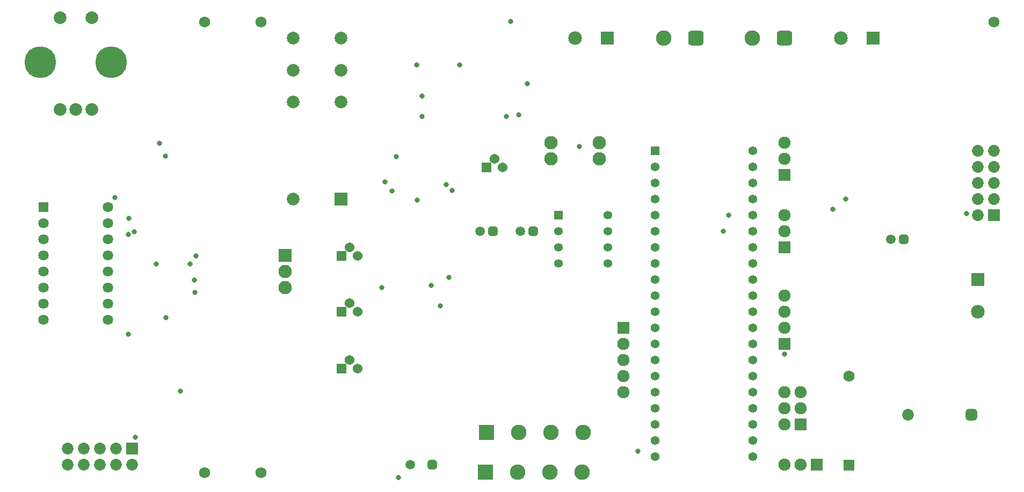
<source format=gbr>
G04*
G04 #@! TF.GenerationSoftware,Altium Limited,Altium Designer,22.4.2 (48)*
G04*
G04 Layer_Color=16711935*
%FSLAX25Y25*%
%MOIN*%
G70*
G04*
G04 #@! TF.SameCoordinates,2971098F-D652-4CA7-83C6-057752F44447*
G04*
G04*
G04 #@! TF.FilePolarity,Negative*
G04*
G01*
G75*
%ADD33C,0.05918*%
G04:AMPARAMS|DCode=34|XSize=59.18mil|YSize=59.18mil|CornerRadius=16.8mil|HoleSize=0mil|Usage=FLASHONLY|Rotation=0.000|XOffset=0mil|YOffset=0mil|HoleType=Round|Shape=RoundedRectangle|*
%AMROUNDEDRECTD34*
21,1,0.05918,0.02559,0,0,0.0*
21,1,0.02559,0.05918,0,0,0.0*
1,1,0.03359,0.01280,-0.01280*
1,1,0.03359,-0.01280,-0.01280*
1,1,0.03359,-0.01280,0.01280*
1,1,0.03359,0.01280,0.01280*
%
%ADD34ROUNDEDRECTD34*%
%ADD35C,0.19698*%
%ADD36C,0.07887*%
%ADD37C,0.08477*%
%ADD38R,0.08477X0.08477*%
%ADD39C,0.09658*%
G04:AMPARAMS|DCode=40|XSize=96.58mil|YSize=96.58mil|CornerRadius=26.15mil|HoleSize=0mil|Usage=FLASHONLY|Rotation=180.000|XOffset=0mil|YOffset=0mil|HoleType=Round|Shape=RoundedRectangle|*
%AMROUNDEDRECTD40*
21,1,0.09658,0.04429,0,0,180.0*
21,1,0.04429,0.09658,0,0,180.0*
1,1,0.05229,-0.02215,0.02215*
1,1,0.05229,0.02215,0.02215*
1,1,0.05229,0.02215,-0.02215*
1,1,0.05229,-0.02215,-0.02215*
%
%ADD40ROUNDEDRECTD40*%
%ADD41C,0.06800*%
%ADD42C,0.07296*%
G04:AMPARAMS|DCode=43|XSize=72.96mil|YSize=72.96mil|CornerRadius=20.24mil|HoleSize=0mil|Usage=FLASHONLY|Rotation=0.000|XOffset=0mil|YOffset=0mil|HoleType=Round|Shape=RoundedRectangle|*
%AMROUNDEDRECTD43*
21,1,0.07296,0.03248,0,0,0.0*
21,1,0.03248,0.07296,0,0,0.0*
1,1,0.04048,0.01624,-0.01624*
1,1,0.04048,-0.01624,-0.01624*
1,1,0.04048,-0.01624,0.01624*
1,1,0.04048,0.01624,0.01624*
%
%ADD43ROUNDEDRECTD43*%
%ADD44C,0.07874*%
%ADD45R,0.07874X0.07874*%
%ADD46C,0.06048*%
%ADD47R,0.06048X0.06048*%
%ADD48R,0.07001X0.07001*%
%ADD49C,0.07001*%
%ADD50R,0.09599X0.09599*%
%ADD51C,0.09599*%
%ADD52C,0.06410*%
%ADD53R,0.06410X0.06410*%
%ADD54R,0.07296X0.07296*%
%ADD55R,0.07296X0.07296*%
%ADD56R,0.07591X0.07591*%
%ADD57C,0.07591*%
%ADD58R,0.07591X0.07591*%
%ADD59C,0.05461*%
%ADD60R,0.05461X0.05461*%
%ADD61R,0.08477X0.08477*%
%ADD62C,0.05359*%
%ADD63R,0.05359X0.05359*%
%ADD64C,0.08359*%
%ADD65R,0.08359X0.08359*%
%ADD66C,0.08300*%
%ADD67C,0.03300*%
D33*
X247610Y25000D02*
D03*
X316063Y170000D02*
D03*
X546063Y165000D02*
D03*
X291063Y170000D02*
D03*
D34*
X261390Y25000D02*
D03*
X323937Y170000D02*
D03*
X553937Y165000D02*
D03*
X298937Y170000D02*
D03*
D35*
X17953Y275000D02*
D03*
X62047D02*
D03*
D36*
X49843Y302559D02*
D03*
X30157D02*
D03*
X40000Y245472D02*
D03*
X49843D02*
D03*
X30157D02*
D03*
D37*
X515000Y290000D02*
D03*
X350000D02*
D03*
X600000Y120000D02*
D03*
D38*
X535000Y290000D02*
D03*
X370000D02*
D03*
D39*
X460000D02*
D03*
X405000D02*
D03*
D40*
X480000D02*
D03*
X425000D02*
D03*
D41*
X120000Y20000D02*
D03*
Y300000D02*
D03*
X155000D02*
D03*
Y20000D02*
D03*
X610000Y300000D02*
D03*
D42*
X556630Y56000D02*
D03*
X75000Y25000D02*
D03*
X65000Y35000D02*
D03*
Y25000D02*
D03*
X55000Y35000D02*
D03*
Y25000D02*
D03*
X45000Y35000D02*
D03*
Y25000D02*
D03*
X35000Y35000D02*
D03*
Y25000D02*
D03*
X600000Y220000D02*
D03*
X610000D02*
D03*
X600000Y210000D02*
D03*
X610000D02*
D03*
X600000Y200000D02*
D03*
X610000D02*
D03*
X600000Y190000D02*
D03*
X610000D02*
D03*
X600000Y180000D02*
D03*
D43*
X596000Y56000D02*
D03*
D44*
X204528Y250079D02*
D03*
Y269921D02*
D03*
Y289764D02*
D03*
X175000Y250079D02*
D03*
Y269921D02*
D03*
Y289764D02*
D03*
Y190000D02*
D03*
D45*
X204528D02*
D03*
D46*
X305000Y209685D02*
D03*
X300000Y215000D02*
D03*
X210000Y90000D02*
D03*
X215000Y84685D02*
D03*
X210000Y160000D02*
D03*
X215000Y154685D02*
D03*
X210000Y125315D02*
D03*
X215000Y120000D02*
D03*
D47*
X295000Y209685D02*
D03*
X205000Y84685D02*
D03*
Y154685D02*
D03*
Y120000D02*
D03*
D48*
X520000Y24488D02*
D03*
D49*
Y80000D02*
D03*
D50*
X294289Y20400D02*
D03*
X295000Y45000D02*
D03*
D51*
X314289Y20400D02*
D03*
X334289D02*
D03*
X354289D02*
D03*
X315000Y45000D02*
D03*
X335000D02*
D03*
X355000D02*
D03*
D52*
X60000Y185000D02*
D03*
Y175000D02*
D03*
Y165000D02*
D03*
Y155000D02*
D03*
Y145000D02*
D03*
Y135000D02*
D03*
Y125000D02*
D03*
Y115000D02*
D03*
X20000D02*
D03*
Y125000D02*
D03*
Y135000D02*
D03*
Y145000D02*
D03*
Y155000D02*
D03*
Y165000D02*
D03*
Y175000D02*
D03*
D53*
Y185000D02*
D03*
D54*
X75000Y35000D02*
D03*
D55*
X610000Y180000D02*
D03*
D56*
X490000Y50000D02*
D03*
X480000Y205000D02*
D03*
X380000Y110000D02*
D03*
X480000Y160000D02*
D03*
Y100000D02*
D03*
D57*
Y50000D02*
D03*
X490000Y60000D02*
D03*
X480000D02*
D03*
X490000Y70000D02*
D03*
X480000D02*
D03*
Y215000D02*
D03*
Y225000D02*
D03*
X380000Y100000D02*
D03*
Y90000D02*
D03*
Y80000D02*
D03*
Y70000D02*
D03*
X480000Y170000D02*
D03*
Y180000D02*
D03*
Y110000D02*
D03*
Y120000D02*
D03*
Y130000D02*
D03*
X490000Y25000D02*
D03*
X480000D02*
D03*
D58*
X500000D02*
D03*
D59*
X460374Y220000D02*
D03*
Y210000D02*
D03*
Y200000D02*
D03*
Y190000D02*
D03*
Y180000D02*
D03*
Y170000D02*
D03*
Y160000D02*
D03*
Y150000D02*
D03*
Y140000D02*
D03*
Y130000D02*
D03*
Y120000D02*
D03*
Y110000D02*
D03*
Y100000D02*
D03*
Y90000D02*
D03*
Y80000D02*
D03*
Y70000D02*
D03*
Y60000D02*
D03*
Y50000D02*
D03*
Y40000D02*
D03*
Y30000D02*
D03*
X399626D02*
D03*
Y40000D02*
D03*
Y50000D02*
D03*
Y60000D02*
D03*
Y70000D02*
D03*
Y80000D02*
D03*
Y90000D02*
D03*
Y100000D02*
D03*
Y110000D02*
D03*
Y120000D02*
D03*
Y130000D02*
D03*
Y140000D02*
D03*
Y150000D02*
D03*
Y160000D02*
D03*
Y170000D02*
D03*
Y180000D02*
D03*
Y190000D02*
D03*
Y200000D02*
D03*
Y210000D02*
D03*
D60*
Y220000D02*
D03*
D61*
X600000Y140000D02*
D03*
D62*
X370374Y180000D02*
D03*
Y170000D02*
D03*
Y160000D02*
D03*
Y150000D02*
D03*
X339626D02*
D03*
Y160000D02*
D03*
Y170000D02*
D03*
D63*
Y180000D02*
D03*
D64*
X170000Y135000D02*
D03*
Y145000D02*
D03*
D65*
Y155000D02*
D03*
D66*
X335000Y215000D02*
D03*
Y225000D02*
D03*
X365000D02*
D03*
Y215000D02*
D03*
D67*
X441800Y170000D02*
D03*
X269880Y199000D02*
D03*
X236260Y195000D02*
D03*
X113500Y139500D02*
D03*
X278200Y273200D02*
D03*
X251560D02*
D03*
X273480Y195400D02*
D03*
X254900Y241100D02*
D03*
Y253900D02*
D03*
X307300Y241100D02*
D03*
X92100Y224700D02*
D03*
X239000Y216400D02*
D03*
X352500Y222500D02*
D03*
X260700Y136100D02*
D03*
X445300Y180000D02*
D03*
X388900Y33300D02*
D03*
X240260Y16840D02*
D03*
X510000Y183500D02*
D03*
X76950Y41900D02*
D03*
X95600Y216600D02*
D03*
X251900Y189300D02*
D03*
X232000Y200700D02*
D03*
X320300Y261700D02*
D03*
X480000Y93700D02*
D03*
X517900Y190000D02*
D03*
X592800Y180800D02*
D03*
X72800Y177800D02*
D03*
X76300Y169500D02*
D03*
X72750Y167750D02*
D03*
X64300Y190800D02*
D03*
X72500Y105800D02*
D03*
X90000Y149500D02*
D03*
X96000Y116200D02*
D03*
X114100Y131900D02*
D03*
X111100Y149500D02*
D03*
X114600Y154500D02*
D03*
X105000Y70700D02*
D03*
X315000Y242300D02*
D03*
X266260Y123500D02*
D03*
X271600Y141100D02*
D03*
X309900Y300100D02*
D03*
X230060Y135000D02*
D03*
M02*

</source>
